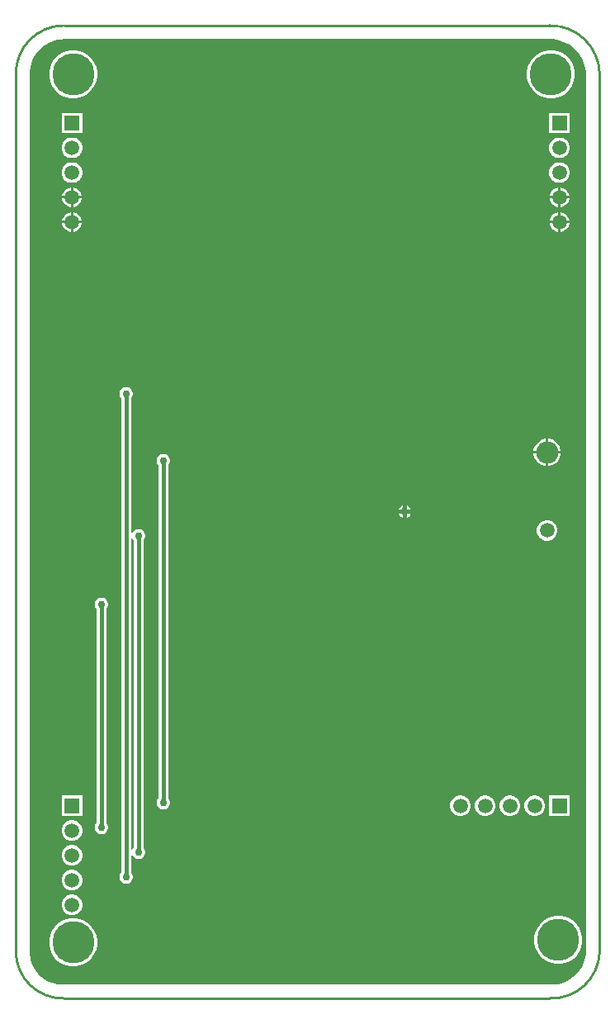
<source format=gbl>
G04*
G04 #@! TF.GenerationSoftware,Altium Limited,Altium Designer,22.6.1 (34)*
G04*
G04 Layer_Physical_Order=2*
G04 Layer_Color=16711680*
%FSLAX25Y25*%
%MOIN*%
G70*
G04*
G04 #@! TF.SameCoordinates,B7B55DA8-A8C8-4B2F-A26B-231347B163EA*
G04*
G04*
G04 #@! TF.FilePolarity,Positive*
G04*
G01*
G75*
%ADD12C,0.01000*%
%ADD26C,0.01500*%
%ADD27C,0.09000*%
%ADD28C,0.05900*%
%ADD29R,0.05906X0.05906*%
%ADD30C,0.05906*%
%ADD32R,0.05906X0.05906*%
%ADD33C,0.03000*%
%ADD34C,0.17000*%
G36*
X19980Y388157D02*
X216035Y388156D01*
X216067Y388160D01*
X216098Y388157D01*
X217050Y388168D01*
X218923Y387945D01*
X220751Y387480D01*
X222503Y386780D01*
X224148Y385857D01*
X225658Y384728D01*
X227009Y383411D01*
X228176Y381929D01*
X229139Y380308D01*
X229883Y378574D01*
X230394Y376758D01*
X230664Y374892D01*
X230676Y373981D01*
Y19793D01*
X230644Y18981D01*
X230336Y17186D01*
X229796Y15446D01*
X229034Y13791D01*
X228062Y12249D01*
X226898Y10848D01*
X225561Y9611D01*
X224074Y8558D01*
X222462Y7709D01*
X220753Y7077D01*
X218976Y6674D01*
X217162Y6505D01*
X216251Y6540D01*
X216155Y6531D01*
X216058Y6544D01*
X19685Y6545D01*
X19652Y6540D01*
X19619Y6544D01*
X18734Y6532D01*
X16991Y6739D01*
X15290Y7170D01*
X13659Y7821D01*
X12128Y8678D01*
X10721Y9728D01*
X9463Y10953D01*
X8376Y12331D01*
X7478Y13839D01*
X6785Y15452D01*
X6308Y17141D01*
X6056Y18878D01*
X6044Y19722D01*
Y374016D01*
X6040Y374048D01*
X6044Y374080D01*
X6033Y375000D01*
X6247Y376808D01*
X6696Y378573D01*
X7371Y380263D01*
X8262Y381852D01*
X9352Y383311D01*
X10623Y384614D01*
X12053Y385741D01*
X13618Y386672D01*
X15291Y387390D01*
X17044Y387884D01*
X18846Y388145D01*
X19756Y388157D01*
X19863Y388172D01*
X19980Y388157D01*
D02*
G37*
%LPC*%
G36*
X217491Y383716D02*
X215580D01*
X213706Y383343D01*
X211941Y382612D01*
X210352Y381550D01*
X209001Y380199D01*
X207939Y378610D01*
X207208Y376845D01*
X206835Y374971D01*
Y373060D01*
X207208Y371186D01*
X207939Y369421D01*
X209001Y367832D01*
X210352Y366481D01*
X211941Y365420D01*
X213706Y364688D01*
X215580Y364316D01*
X217491D01*
X219365Y364688D01*
X221130Y365420D01*
X222719Y366481D01*
X224070Y367832D01*
X225131Y369421D01*
X225863Y371186D01*
X226235Y373060D01*
Y374971D01*
X225863Y376845D01*
X225131Y378610D01*
X224070Y380199D01*
X222719Y381550D01*
X221130Y382612D01*
X219365Y383343D01*
X217491Y383716D01*
D02*
G37*
G36*
X24577D02*
X22667D01*
X20793Y383343D01*
X19027Y382612D01*
X17439Y381550D01*
X16088Y380199D01*
X15026Y378610D01*
X14295Y376845D01*
X13922Y374971D01*
Y373060D01*
X14295Y371186D01*
X15026Y369421D01*
X16088Y367832D01*
X17439Y366481D01*
X19027Y365420D01*
X20793Y364688D01*
X22667Y364316D01*
X24577D01*
X26451Y364688D01*
X28217Y365420D01*
X29805Y366481D01*
X31157Y367832D01*
X32218Y369421D01*
X32949Y371186D01*
X33322Y373060D01*
Y374971D01*
X32949Y376845D01*
X32218Y378610D01*
X31157Y380199D01*
X29805Y381550D01*
X28217Y382612D01*
X26451Y383343D01*
X24577Y383716D01*
D02*
G37*
G36*
X224125Y358484D02*
X215820D01*
Y350178D01*
X224125D01*
Y358484D01*
D02*
G37*
G36*
X27275D02*
X18969D01*
Y350178D01*
X27275D01*
Y358484D01*
D02*
G37*
G36*
X220519Y348483D02*
X219426D01*
X218370Y348200D01*
X217423Y347654D01*
X216649Y346881D01*
X216103Y345934D01*
X215820Y344877D01*
Y343784D01*
X216103Y342728D01*
X216649Y341781D01*
X217423Y341008D01*
X218370Y340461D01*
X219426Y340178D01*
X220519D01*
X221575Y340461D01*
X222522Y341008D01*
X223295Y341781D01*
X223842Y342728D01*
X224125Y343784D01*
Y344877D01*
X223842Y345934D01*
X223295Y346881D01*
X222522Y347654D01*
X221575Y348200D01*
X220519Y348483D01*
D02*
G37*
G36*
X23669D02*
X22575D01*
X21519Y348200D01*
X20572Y347654D01*
X19799Y346881D01*
X19252Y345934D01*
X18969Y344877D01*
Y343784D01*
X19252Y342728D01*
X19799Y341781D01*
X20572Y341008D01*
X21519Y340461D01*
X22575Y340178D01*
X23669D01*
X24725Y340461D01*
X25672Y341008D01*
X26445Y341781D01*
X26992Y342728D01*
X27275Y343784D01*
Y344877D01*
X26992Y345934D01*
X26445Y346881D01*
X25672Y347654D01*
X24725Y348200D01*
X23669Y348483D01*
D02*
G37*
G36*
X220519Y338484D02*
X219426D01*
X218370Y338200D01*
X217423Y337654D01*
X216649Y336881D01*
X216103Y335934D01*
X215820Y334877D01*
Y333784D01*
X216103Y332728D01*
X216649Y331781D01*
X217423Y331008D01*
X218370Y330461D01*
X219426Y330178D01*
X220519D01*
X221575Y330461D01*
X222522Y331008D01*
X223295Y331781D01*
X223842Y332728D01*
X224125Y333784D01*
Y334877D01*
X223842Y335934D01*
X223295Y336881D01*
X222522Y337654D01*
X221575Y338200D01*
X220519Y338484D01*
D02*
G37*
G36*
X23669D02*
X22575D01*
X21519Y338200D01*
X20572Y337654D01*
X19799Y336881D01*
X19252Y335934D01*
X18969Y334877D01*
Y333784D01*
X19252Y332728D01*
X19799Y331781D01*
X20572Y331008D01*
X21519Y330461D01*
X22575Y330178D01*
X23669D01*
X24725Y330461D01*
X25672Y331008D01*
X26445Y331781D01*
X26992Y332728D01*
X27275Y333784D01*
Y334877D01*
X26992Y335934D01*
X26445Y336881D01*
X25672Y337654D01*
X24725Y338200D01*
X23669Y338484D01*
D02*
G37*
G36*
X220493Y328284D02*
X220472D01*
Y324831D01*
X223925D01*
Y324851D01*
X223656Y325856D01*
X223135Y326758D01*
X222399Y327494D01*
X221498Y328014D01*
X220493Y328284D01*
D02*
G37*
G36*
X219472D02*
X219452D01*
X218447Y328014D01*
X217545Y327494D01*
X216810Y326758D01*
X216289Y325856D01*
X216020Y324851D01*
Y324831D01*
X219472D01*
Y328284D01*
D02*
G37*
G36*
X23642D02*
X23622D01*
Y324831D01*
X27075D01*
Y324851D01*
X26805Y325856D01*
X26285Y326758D01*
X25549Y327494D01*
X24648Y328014D01*
X23642Y328284D01*
D02*
G37*
G36*
X22622D02*
X22602D01*
X21596Y328014D01*
X20695Y327494D01*
X19959Y326758D01*
X19439Y325856D01*
X19169Y324851D01*
Y324831D01*
X22622D01*
Y328284D01*
D02*
G37*
G36*
X223925Y323831D02*
X220472D01*
Y320378D01*
X220493D01*
X221498Y320647D01*
X222399Y321168D01*
X223135Y321904D01*
X223656Y322805D01*
X223925Y323810D01*
Y323831D01*
D02*
G37*
G36*
X219472D02*
X216020D01*
Y323810D01*
X216289Y322805D01*
X216810Y321904D01*
X217545Y321168D01*
X218447Y320647D01*
X219452Y320378D01*
X219472D01*
Y323831D01*
D02*
G37*
G36*
X27075Y323831D02*
X23622D01*
Y320378D01*
X23642D01*
X24648Y320647D01*
X25549Y321168D01*
X26285Y321904D01*
X26805Y322805D01*
X27075Y323810D01*
Y323831D01*
D02*
G37*
G36*
X22622D02*
X19169D01*
Y323810D01*
X19439Y322805D01*
X19959Y321904D01*
X20695Y321168D01*
X21596Y320647D01*
X22602Y320378D01*
X22622D01*
Y323831D01*
D02*
G37*
G36*
X220493Y318284D02*
X220472D01*
Y314831D01*
X223925D01*
Y314851D01*
X223656Y315856D01*
X223135Y316758D01*
X222399Y317494D01*
X221498Y318014D01*
X220493Y318284D01*
D02*
G37*
G36*
X219472D02*
X219452D01*
X218447Y318014D01*
X217545Y317494D01*
X216810Y316758D01*
X216289Y315856D01*
X216020Y314851D01*
Y314831D01*
X219472D01*
Y318284D01*
D02*
G37*
G36*
X23642D02*
X23622D01*
Y314831D01*
X27075D01*
Y314851D01*
X26805Y315856D01*
X26285Y316758D01*
X25549Y317494D01*
X24648Y318014D01*
X23642Y318284D01*
D02*
G37*
G36*
X22622D02*
X22602D01*
X21596Y318014D01*
X20695Y317494D01*
X19959Y316758D01*
X19439Y315856D01*
X19169Y314851D01*
Y314831D01*
X22622D01*
Y318284D01*
D02*
G37*
G36*
X223925Y313831D02*
X220472D01*
Y310378D01*
X220493D01*
X221498Y310647D01*
X222399Y311168D01*
X223135Y311904D01*
X223656Y312805D01*
X223925Y313810D01*
Y313831D01*
D02*
G37*
G36*
X219472D02*
X216020D01*
Y313810D01*
X216289Y312805D01*
X216810Y311904D01*
X217545Y311168D01*
X218447Y310647D01*
X219452Y310378D01*
X219472D01*
Y313831D01*
D02*
G37*
G36*
X27075Y313831D02*
X23622D01*
Y310378D01*
X23642D01*
X24648Y310647D01*
X25549Y311168D01*
X26285Y311904D01*
X26805Y312805D01*
X27075Y313810D01*
Y313831D01*
D02*
G37*
G36*
X22622D02*
X19169D01*
Y313810D01*
X19439Y312805D01*
X19959Y311904D01*
X20695Y311168D01*
X21596Y310647D01*
X22602Y310378D01*
X22622D01*
Y313831D01*
D02*
G37*
G36*
X215724Y226900D02*
X215500D01*
Y221900D01*
X220500D01*
Y222124D01*
X220125Y223523D01*
X219401Y224777D01*
X218377Y225801D01*
X217123Y226525D01*
X215724Y226900D01*
D02*
G37*
G36*
X214500D02*
X214276D01*
X212877Y226525D01*
X211623Y225801D01*
X210599Y224777D01*
X209875Y223523D01*
X209500Y222124D01*
Y221900D01*
X214500D01*
Y226900D01*
D02*
G37*
G36*
X220500Y220900D02*
X215500D01*
Y215900D01*
X215724D01*
X217123Y216275D01*
X218377Y216999D01*
X219401Y218023D01*
X220125Y219277D01*
X220500Y220676D01*
Y220900D01*
D02*
G37*
G36*
X214500D02*
X209500D01*
Y220676D01*
X209875Y219277D01*
X210599Y218023D01*
X211623Y216999D01*
X212877Y216275D01*
X214276Y215900D01*
X214500D01*
Y220900D01*
D02*
G37*
G36*
X158250Y199895D02*
Y198250D01*
X159895D01*
X159619Y198916D01*
X158916Y199619D01*
X158250Y199895D01*
D02*
G37*
G36*
X156750D02*
X156084Y199619D01*
X155381Y198916D01*
X155105Y198250D01*
X156750D01*
Y199895D01*
D02*
G37*
G36*
X159895Y196750D02*
X158250D01*
Y195105D01*
X158916Y195381D01*
X159619Y196084D01*
X159895Y196750D01*
D02*
G37*
G36*
X156750D02*
X155105D01*
X155381Y196084D01*
X156084Y195381D01*
X156750Y195105D01*
Y196750D01*
D02*
G37*
G36*
X215546Y194054D02*
X214454D01*
X213398Y193771D01*
X212452Y193225D01*
X211679Y192452D01*
X211133Y191506D01*
X210850Y190450D01*
Y189358D01*
X211133Y188302D01*
X211679Y187356D01*
X212452Y186583D01*
X213398Y186037D01*
X214454Y185754D01*
X215546D01*
X216602Y186037D01*
X217548Y186583D01*
X218321Y187356D01*
X218867Y188302D01*
X219150Y189358D01*
Y190450D01*
X218867Y191506D01*
X218321Y192452D01*
X217548Y193225D01*
X216602Y193771D01*
X215546Y194054D01*
D02*
G37*
G36*
X60356Y220754D02*
X59645D01*
X58958Y220569D01*
X58342Y220214D01*
X57840Y219711D01*
X57484Y219096D01*
X57300Y218409D01*
Y217698D01*
X57484Y217011D01*
X57840Y216396D01*
X58012Y216223D01*
Y81830D01*
X57840Y81658D01*
X57484Y81042D01*
X57300Y80356D01*
Y79645D01*
X57484Y78958D01*
X57840Y78342D01*
X58342Y77839D01*
X58958Y77484D01*
X59645Y77300D01*
X60356D01*
X61042Y77484D01*
X61658Y77839D01*
X62160Y78342D01*
X62516Y78958D01*
X62700Y79645D01*
Y80356D01*
X62516Y81042D01*
X62160Y81658D01*
X61988Y81830D01*
Y216223D01*
X62160Y216396D01*
X62516Y217011D01*
X62700Y217698D01*
Y218409D01*
X62516Y219096D01*
X62160Y219711D01*
X61658Y220214D01*
X61042Y220569D01*
X60356Y220754D01*
D02*
G37*
G36*
X27275Y82893D02*
X18969D01*
Y74587D01*
X27275D01*
Y82893D01*
D02*
G37*
G36*
X224113Y82881D02*
X215808D01*
Y74576D01*
X224113D01*
Y82881D01*
D02*
G37*
G36*
X210507D02*
X209414D01*
X208358Y82598D01*
X207411Y82051D01*
X206638Y81278D01*
X206091Y80331D01*
X205808Y79275D01*
Y78182D01*
X206091Y77126D01*
X206638Y76178D01*
X207411Y75405D01*
X208358Y74859D01*
X209414Y74576D01*
X210507D01*
X211563Y74859D01*
X212510Y75405D01*
X213284Y76178D01*
X213830Y77126D01*
X214113Y78182D01*
Y79275D01*
X213830Y80331D01*
X213284Y81278D01*
X212510Y82051D01*
X211563Y82598D01*
X210507Y82881D01*
D02*
G37*
G36*
X200507D02*
X199414D01*
X198358Y82598D01*
X197411Y82051D01*
X196638Y81278D01*
X196091Y80331D01*
X195808Y79275D01*
Y78182D01*
X196091Y77126D01*
X196638Y76178D01*
X197411Y75405D01*
X198358Y74859D01*
X199414Y74576D01*
X200507D01*
X201564Y74859D01*
X202510Y75405D01*
X203284Y76178D01*
X203830Y77126D01*
X204113Y78182D01*
Y79275D01*
X203830Y80331D01*
X203284Y81278D01*
X202510Y82051D01*
X201564Y82598D01*
X200507Y82881D01*
D02*
G37*
G36*
X190507D02*
X189414D01*
X188358Y82598D01*
X187411Y82051D01*
X186638Y81278D01*
X186091Y80331D01*
X185808Y79275D01*
Y78182D01*
X186091Y77126D01*
X186638Y76178D01*
X187411Y75405D01*
X188358Y74859D01*
X189414Y74576D01*
X190507D01*
X191563Y74859D01*
X192510Y75405D01*
X193284Y76178D01*
X193830Y77126D01*
X194113Y78182D01*
Y79275D01*
X193830Y80331D01*
X193284Y81278D01*
X192510Y82051D01*
X191563Y82598D01*
X190507Y82881D01*
D02*
G37*
G36*
X180507D02*
X179414D01*
X178358Y82598D01*
X177411Y82051D01*
X176638Y81278D01*
X176091Y80331D01*
X175808Y79275D01*
Y78182D01*
X176091Y77126D01*
X176638Y76178D01*
X177411Y75405D01*
X178358Y74859D01*
X179414Y74576D01*
X180507D01*
X181563Y74859D01*
X182510Y75405D01*
X183284Y76178D01*
X183830Y77126D01*
X184113Y78182D01*
Y79275D01*
X183830Y80331D01*
X183284Y81278D01*
X182510Y82051D01*
X181563Y82598D01*
X180507Y82881D01*
D02*
G37*
G36*
X35355Y162700D02*
X34644D01*
X33958Y162516D01*
X33342Y162161D01*
X32840Y161658D01*
X32484Y161042D01*
X32300Y160355D01*
Y159644D01*
X32484Y158958D01*
X32840Y158342D01*
X33012Y158170D01*
Y71830D01*
X32840Y71658D01*
X32484Y71042D01*
X32300Y70355D01*
Y69644D01*
X32484Y68958D01*
X32840Y68342D01*
X33342Y67839D01*
X33958Y67484D01*
X34644Y67300D01*
X35355D01*
X36042Y67484D01*
X36658Y67839D01*
X37161Y68342D01*
X37516Y68958D01*
X37700Y69644D01*
Y70355D01*
X37516Y71042D01*
X37161Y71658D01*
X36988Y71830D01*
Y158170D01*
X37161Y158342D01*
X37516Y158958D01*
X37700Y159644D01*
Y160355D01*
X37516Y161042D01*
X37161Y161658D01*
X36658Y162161D01*
X36042Y162516D01*
X35355Y162700D01*
D02*
G37*
G36*
X23669Y72893D02*
X22575D01*
X21519Y72610D01*
X20572Y72063D01*
X19799Y71290D01*
X19252Y70343D01*
X18969Y69287D01*
Y68193D01*
X19252Y67137D01*
X19799Y66190D01*
X20572Y65417D01*
X21519Y64870D01*
X22575Y64587D01*
X23669D01*
X24725Y64870D01*
X25672Y65417D01*
X26445Y66190D01*
X26992Y67137D01*
X27275Y68193D01*
Y69287D01*
X26992Y70343D01*
X26445Y71290D01*
X25672Y72063D01*
X24725Y72610D01*
X23669Y72893D01*
D02*
G37*
G36*
X45355Y247700D02*
X44644D01*
X43958Y247516D01*
X43342Y247161D01*
X42840Y246658D01*
X42484Y246042D01*
X42300Y245356D01*
Y244644D01*
X42484Y243958D01*
X42840Y243342D01*
X43012Y243170D01*
Y51830D01*
X42840Y51658D01*
X42484Y51042D01*
X42300Y50355D01*
Y49645D01*
X42484Y48958D01*
X42840Y48342D01*
X43342Y47839D01*
X43958Y47484D01*
X44644Y47300D01*
X45355D01*
X46042Y47484D01*
X46658Y47839D01*
X47161Y48342D01*
X47516Y48958D01*
X47700Y49645D01*
Y50355D01*
X47516Y51042D01*
X47161Y51658D01*
X46988Y51830D01*
Y58876D01*
X47484Y58958D01*
X47839Y58342D01*
X48342Y57840D01*
X48958Y57484D01*
X49645Y57300D01*
X50355D01*
X51042Y57484D01*
X51658Y57840D01*
X52161Y58342D01*
X52516Y58958D01*
X52700Y59645D01*
Y60356D01*
X52516Y61042D01*
X52161Y61658D01*
X51988Y61830D01*
Y185908D01*
X52161Y186081D01*
X52516Y186696D01*
X52700Y187383D01*
Y188094D01*
X52516Y188781D01*
X52161Y189396D01*
X51658Y189899D01*
X51042Y190255D01*
X50355Y190439D01*
X49645D01*
X48958Y190255D01*
X48342Y189899D01*
X47839Y189396D01*
X47484Y188781D01*
X46988Y188862D01*
Y243170D01*
X47161Y243342D01*
X47516Y243958D01*
X47700Y244644D01*
Y245356D01*
X47516Y246042D01*
X47161Y246658D01*
X46658Y247161D01*
X46042Y247516D01*
X45355Y247700D01*
D02*
G37*
G36*
X23669Y62893D02*
X22575D01*
X21519Y62610D01*
X20572Y62063D01*
X19799Y61290D01*
X19252Y60343D01*
X18969Y59287D01*
Y58193D01*
X19252Y57137D01*
X19799Y56190D01*
X20572Y55417D01*
X21519Y54870D01*
X22575Y54587D01*
X23669D01*
X24725Y54870D01*
X25672Y55417D01*
X26445Y56190D01*
X26992Y57137D01*
X27275Y58193D01*
Y59287D01*
X26992Y60343D01*
X26445Y61290D01*
X25672Y62063D01*
X24725Y62610D01*
X23669Y62893D01*
D02*
G37*
G36*
Y52893D02*
X22575D01*
X21519Y52610D01*
X20572Y52063D01*
X19799Y51290D01*
X19252Y50343D01*
X18969Y49287D01*
Y48193D01*
X19252Y47137D01*
X19799Y46190D01*
X20572Y45417D01*
X21519Y44870D01*
X22575Y44587D01*
X23669D01*
X24725Y44870D01*
X25672Y45417D01*
X26445Y46190D01*
X26992Y47137D01*
X27275Y48193D01*
Y49287D01*
X26992Y50343D01*
X26445Y51290D01*
X25672Y52063D01*
X24725Y52610D01*
X23669Y52893D01*
D02*
G37*
G36*
Y42893D02*
X22575D01*
X21519Y42610D01*
X20572Y42063D01*
X19799Y41290D01*
X19252Y40343D01*
X18969Y39287D01*
Y38193D01*
X19252Y37137D01*
X19799Y36190D01*
X20572Y35417D01*
X21519Y34870D01*
X22575Y34587D01*
X23669D01*
X24725Y34870D01*
X25672Y35417D01*
X26445Y36190D01*
X26992Y37137D01*
X27275Y38193D01*
Y39287D01*
X26992Y40343D01*
X26445Y41290D01*
X25672Y42063D01*
X24725Y42610D01*
X23669Y42893D01*
D02*
G37*
G36*
X220491Y34322D02*
X218580D01*
X216706Y33949D01*
X214941Y33218D01*
X213352Y32157D01*
X212001Y30805D01*
X210939Y29217D01*
X210208Y27451D01*
X209835Y25577D01*
Y23667D01*
X210208Y21793D01*
X210939Y20027D01*
X212001Y18439D01*
X213352Y17088D01*
X214941Y16026D01*
X216706Y15295D01*
X218580Y14922D01*
X220491D01*
X222365Y15295D01*
X224130Y16026D01*
X225719Y17088D01*
X227070Y18439D01*
X228131Y20027D01*
X228863Y21793D01*
X229235Y23667D01*
Y25577D01*
X228863Y27451D01*
X228131Y29217D01*
X227070Y30805D01*
X225719Y32157D01*
X224130Y33218D01*
X222365Y33949D01*
X220491Y34322D01*
D02*
G37*
G36*
X24577Y33322D02*
X22667D01*
X20793Y32949D01*
X19027Y32218D01*
X17439Y31157D01*
X16088Y29805D01*
X15026Y28217D01*
X14295Y26451D01*
X13922Y24577D01*
Y22667D01*
X14295Y20793D01*
X15026Y19027D01*
X16088Y17439D01*
X17439Y16088D01*
X19027Y15026D01*
X20793Y14295D01*
X22667Y13922D01*
X24577D01*
X26451Y14295D01*
X28217Y15026D01*
X29805Y16088D01*
X31157Y17439D01*
X32218Y19027D01*
X32949Y20793D01*
X33322Y22667D01*
Y24577D01*
X32949Y26451D01*
X32218Y28217D01*
X31157Y29805D01*
X29805Y31157D01*
X28217Y32218D01*
X26451Y32949D01*
X24577Y33322D01*
D02*
G37*
%LPD*%
G36*
X47839Y186081D02*
X48012Y185908D01*
Y61830D01*
X47839Y61658D01*
X47484Y61042D01*
X46988Y61124D01*
Y186615D01*
X47484Y186696D01*
X47839Y186081D01*
D02*
G37*
D12*
X19685Y393701D02*
G03*
X500Y374016I250J-19435D01*
G01*
X236221D02*
G03*
X216035Y393701I-19935J-250D01*
G01*
Y1000D02*
G03*
X236221Y19685I750J19435D01*
G01*
X500D02*
G03*
X19685Y1000I18935J250D01*
G01*
X236221Y19685D02*
Y374016D01*
X19685Y1000D02*
X19685D01*
X216035D01*
X20000Y393701D02*
X216035D01*
X500Y19685D02*
Y374016D01*
D26*
X45000Y50000D02*
Y245000D01*
X60000Y80000D02*
Y218054D01*
X50000Y60000D02*
Y187739D01*
X35000Y70000D02*
Y160000D01*
D27*
X215000Y221400D02*
D03*
D28*
X215000Y189904D02*
D03*
D29*
X219961Y78728D02*
D03*
D30*
X209961D02*
D03*
X199961D02*
D03*
X189961D02*
D03*
X179961D02*
D03*
X23122Y38740D02*
D03*
Y48740D02*
D03*
Y58740D02*
D03*
Y68740D02*
D03*
X219972Y314331D02*
D03*
Y324331D02*
D03*
Y334331D02*
D03*
Y344331D02*
D03*
X23122Y314331D02*
D03*
Y324331D02*
D03*
Y334331D02*
D03*
Y344331D02*
D03*
D32*
Y78740D02*
D03*
X219972Y354331D02*
D03*
X23122D02*
D03*
D33*
X157500Y197500D02*
D03*
X45000Y50000D02*
D03*
Y245000D02*
D03*
X60000Y80000D02*
D03*
Y218054D02*
D03*
X50000Y60000D02*
D03*
Y187739D02*
D03*
X35000Y70000D02*
D03*
Y160000D02*
D03*
D34*
X216535Y374016D02*
D03*
X219535Y24622D02*
D03*
X23622Y374016D02*
D03*
Y23622D02*
D03*
M02*

</source>
